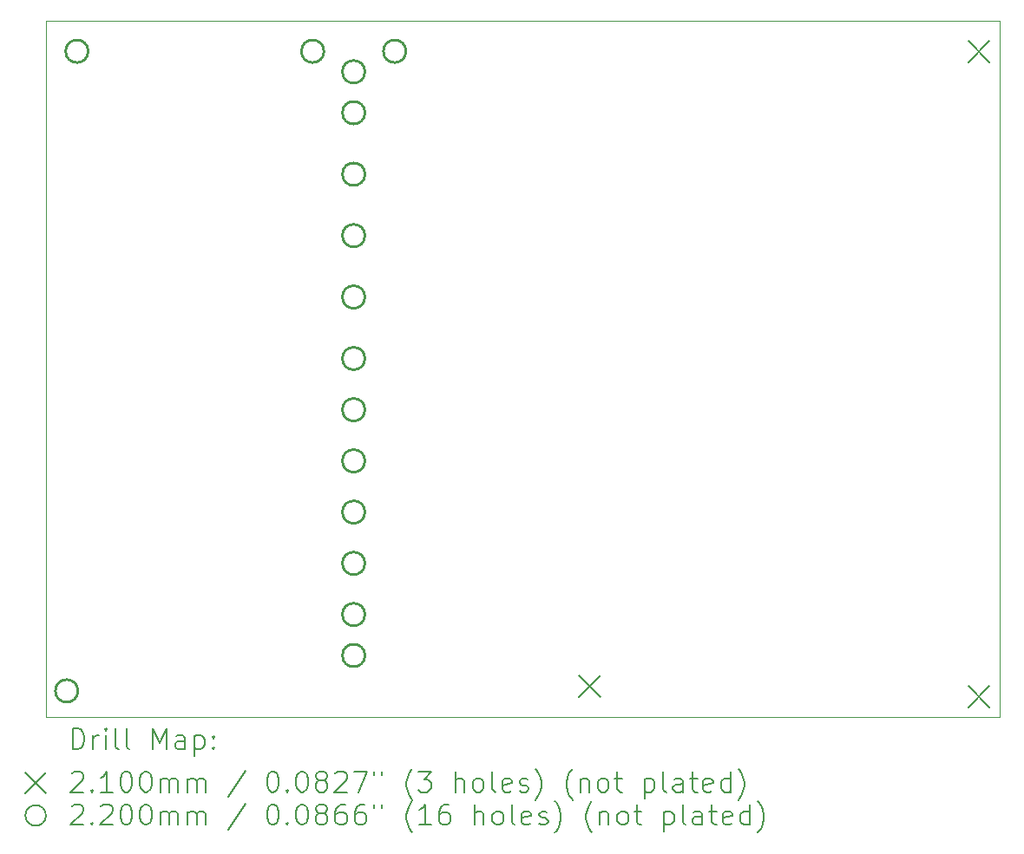
<source format=gbr>
%TF.GenerationSoftware,KiCad,Pcbnew,9.0.1*%
%TF.CreationDate,2025-05-15T21:23:40-07:00*%
%TF.ProjectId,ARDU_RF_TEMP,41524455-5f52-4465-9f54-454d502e6b69,rev?*%
%TF.SameCoordinates,Original*%
%TF.FileFunction,Drillmap*%
%TF.FilePolarity,Positive*%
%FSLAX45Y45*%
G04 Gerber Fmt 4.5, Leading zero omitted, Abs format (unit mm)*
G04 Created by KiCad (PCBNEW 9.0.1) date 2025-05-15 21:23:40*
%MOMM*%
%LPD*%
G01*
G04 APERTURE LIST*
%ADD10C,0.050000*%
%ADD11C,0.200000*%
%ADD12C,0.210000*%
%ADD13C,0.220000*%
G04 APERTURE END LIST*
D10*
X1200000Y-1200000D02*
X10500000Y-1200000D01*
X10500000Y-8000000D01*
X1200000Y-8000000D01*
X1200000Y-1200000D01*
D11*
D12*
X6395000Y-7595000D02*
X6605000Y-7805000D01*
X6605000Y-7595000D02*
X6395000Y-7805000D01*
X10195000Y-1395000D02*
X10405000Y-1605000D01*
X10405000Y-1395000D02*
X10195000Y-1605000D01*
X10195000Y-7695000D02*
X10405000Y-7905000D01*
X10405000Y-7695000D02*
X10195000Y-7905000D01*
D13*
X1510000Y-7746000D02*
G75*
G02*
X1290000Y-7746000I-110000J0D01*
G01*
X1290000Y-7746000D02*
G75*
G02*
X1510000Y-7746000I110000J0D01*
G01*
X1610000Y-1500000D02*
G75*
G02*
X1390000Y-1500000I-110000J0D01*
G01*
X1390000Y-1500000D02*
G75*
G02*
X1610000Y-1500000I110000J0D01*
G01*
X3910000Y-1500000D02*
G75*
G02*
X3690000Y-1500000I-110000J0D01*
G01*
X3690000Y-1500000D02*
G75*
G02*
X3910000Y-1500000I110000J0D01*
G01*
X4310000Y-1700000D02*
G75*
G02*
X4090000Y-1700000I-110000J0D01*
G01*
X4090000Y-1700000D02*
G75*
G02*
X4310000Y-1700000I110000J0D01*
G01*
X4310000Y-2100000D02*
G75*
G02*
X4090000Y-2100000I-110000J0D01*
G01*
X4090000Y-2100000D02*
G75*
G02*
X4310000Y-2100000I110000J0D01*
G01*
X4310000Y-2700000D02*
G75*
G02*
X4090000Y-2700000I-110000J0D01*
G01*
X4090000Y-2700000D02*
G75*
G02*
X4310000Y-2700000I110000J0D01*
G01*
X4310000Y-3300000D02*
G75*
G02*
X4090000Y-3300000I-110000J0D01*
G01*
X4090000Y-3300000D02*
G75*
G02*
X4310000Y-3300000I110000J0D01*
G01*
X4310000Y-3900000D02*
G75*
G02*
X4090000Y-3900000I-110000J0D01*
G01*
X4090000Y-3900000D02*
G75*
G02*
X4310000Y-3900000I110000J0D01*
G01*
X4310000Y-4500000D02*
G75*
G02*
X4090000Y-4500000I-110000J0D01*
G01*
X4090000Y-4500000D02*
G75*
G02*
X4310000Y-4500000I110000J0D01*
G01*
X4310000Y-5000000D02*
G75*
G02*
X4090000Y-5000000I-110000J0D01*
G01*
X4090000Y-5000000D02*
G75*
G02*
X4310000Y-5000000I110000J0D01*
G01*
X4310000Y-5500000D02*
G75*
G02*
X4090000Y-5500000I-110000J0D01*
G01*
X4090000Y-5500000D02*
G75*
G02*
X4310000Y-5500000I110000J0D01*
G01*
X4310000Y-6000000D02*
G75*
G02*
X4090000Y-6000000I-110000J0D01*
G01*
X4090000Y-6000000D02*
G75*
G02*
X4310000Y-6000000I110000J0D01*
G01*
X4310000Y-6500000D02*
G75*
G02*
X4090000Y-6500000I-110000J0D01*
G01*
X4090000Y-6500000D02*
G75*
G02*
X4310000Y-6500000I110000J0D01*
G01*
X4310000Y-7000000D02*
G75*
G02*
X4090000Y-7000000I-110000J0D01*
G01*
X4090000Y-7000000D02*
G75*
G02*
X4310000Y-7000000I110000J0D01*
G01*
X4310000Y-7400000D02*
G75*
G02*
X4090000Y-7400000I-110000J0D01*
G01*
X4090000Y-7400000D02*
G75*
G02*
X4310000Y-7400000I110000J0D01*
G01*
X4710000Y-1500000D02*
G75*
G02*
X4490000Y-1500000I-110000J0D01*
G01*
X4490000Y-1500000D02*
G75*
G02*
X4710000Y-1500000I110000J0D01*
G01*
D11*
X1458277Y-8313984D02*
X1458277Y-8113984D01*
X1458277Y-8113984D02*
X1505896Y-8113984D01*
X1505896Y-8113984D02*
X1534467Y-8123508D01*
X1534467Y-8123508D02*
X1553515Y-8142555D01*
X1553515Y-8142555D02*
X1563039Y-8161603D01*
X1563039Y-8161603D02*
X1572562Y-8199698D01*
X1572562Y-8199698D02*
X1572562Y-8228269D01*
X1572562Y-8228269D02*
X1563039Y-8266365D01*
X1563039Y-8266365D02*
X1553515Y-8285412D01*
X1553515Y-8285412D02*
X1534467Y-8304460D01*
X1534467Y-8304460D02*
X1505896Y-8313984D01*
X1505896Y-8313984D02*
X1458277Y-8313984D01*
X1658277Y-8313984D02*
X1658277Y-8180650D01*
X1658277Y-8218746D02*
X1667801Y-8199698D01*
X1667801Y-8199698D02*
X1677324Y-8190174D01*
X1677324Y-8190174D02*
X1696372Y-8180650D01*
X1696372Y-8180650D02*
X1715420Y-8180650D01*
X1782086Y-8313984D02*
X1782086Y-8180650D01*
X1782086Y-8113984D02*
X1772562Y-8123508D01*
X1772562Y-8123508D02*
X1782086Y-8133031D01*
X1782086Y-8133031D02*
X1791610Y-8123508D01*
X1791610Y-8123508D02*
X1782086Y-8113984D01*
X1782086Y-8113984D02*
X1782086Y-8133031D01*
X1905896Y-8313984D02*
X1886848Y-8304460D01*
X1886848Y-8304460D02*
X1877324Y-8285412D01*
X1877324Y-8285412D02*
X1877324Y-8113984D01*
X2010658Y-8313984D02*
X1991610Y-8304460D01*
X1991610Y-8304460D02*
X1982086Y-8285412D01*
X1982086Y-8285412D02*
X1982086Y-8113984D01*
X2239229Y-8313984D02*
X2239229Y-8113984D01*
X2239229Y-8113984D02*
X2305896Y-8256841D01*
X2305896Y-8256841D02*
X2372563Y-8113984D01*
X2372563Y-8113984D02*
X2372563Y-8313984D01*
X2553515Y-8313984D02*
X2553515Y-8209222D01*
X2553515Y-8209222D02*
X2543991Y-8190174D01*
X2543991Y-8190174D02*
X2524944Y-8180650D01*
X2524944Y-8180650D02*
X2486848Y-8180650D01*
X2486848Y-8180650D02*
X2467801Y-8190174D01*
X2553515Y-8304460D02*
X2534467Y-8313984D01*
X2534467Y-8313984D02*
X2486848Y-8313984D01*
X2486848Y-8313984D02*
X2467801Y-8304460D01*
X2467801Y-8304460D02*
X2458277Y-8285412D01*
X2458277Y-8285412D02*
X2458277Y-8266365D01*
X2458277Y-8266365D02*
X2467801Y-8247317D01*
X2467801Y-8247317D02*
X2486848Y-8237793D01*
X2486848Y-8237793D02*
X2534467Y-8237793D01*
X2534467Y-8237793D02*
X2553515Y-8228269D01*
X2648753Y-8180650D02*
X2648753Y-8380650D01*
X2648753Y-8190174D02*
X2667801Y-8180650D01*
X2667801Y-8180650D02*
X2705896Y-8180650D01*
X2705896Y-8180650D02*
X2724944Y-8190174D01*
X2724944Y-8190174D02*
X2734467Y-8199698D01*
X2734467Y-8199698D02*
X2743991Y-8218746D01*
X2743991Y-8218746D02*
X2743991Y-8275888D01*
X2743991Y-8275888D02*
X2734467Y-8294936D01*
X2734467Y-8294936D02*
X2724944Y-8304460D01*
X2724944Y-8304460D02*
X2705896Y-8313984D01*
X2705896Y-8313984D02*
X2667801Y-8313984D01*
X2667801Y-8313984D02*
X2648753Y-8304460D01*
X2829705Y-8294936D02*
X2839229Y-8304460D01*
X2839229Y-8304460D02*
X2829705Y-8313984D01*
X2829705Y-8313984D02*
X2820182Y-8304460D01*
X2820182Y-8304460D02*
X2829705Y-8294936D01*
X2829705Y-8294936D02*
X2829705Y-8313984D01*
X2829705Y-8190174D02*
X2839229Y-8199698D01*
X2839229Y-8199698D02*
X2829705Y-8209222D01*
X2829705Y-8209222D02*
X2820182Y-8199698D01*
X2820182Y-8199698D02*
X2829705Y-8190174D01*
X2829705Y-8190174D02*
X2829705Y-8209222D01*
X997500Y-8542500D02*
X1197500Y-8742500D01*
X1197500Y-8542500D02*
X997500Y-8742500D01*
X1448753Y-8553031D02*
X1458277Y-8543508D01*
X1458277Y-8543508D02*
X1477324Y-8533984D01*
X1477324Y-8533984D02*
X1524943Y-8533984D01*
X1524943Y-8533984D02*
X1543991Y-8543508D01*
X1543991Y-8543508D02*
X1553515Y-8553031D01*
X1553515Y-8553031D02*
X1563039Y-8572079D01*
X1563039Y-8572079D02*
X1563039Y-8591127D01*
X1563039Y-8591127D02*
X1553515Y-8619698D01*
X1553515Y-8619698D02*
X1439229Y-8733984D01*
X1439229Y-8733984D02*
X1563039Y-8733984D01*
X1648753Y-8714936D02*
X1658277Y-8724460D01*
X1658277Y-8724460D02*
X1648753Y-8733984D01*
X1648753Y-8733984D02*
X1639229Y-8724460D01*
X1639229Y-8724460D02*
X1648753Y-8714936D01*
X1648753Y-8714936D02*
X1648753Y-8733984D01*
X1848753Y-8733984D02*
X1734467Y-8733984D01*
X1791610Y-8733984D02*
X1791610Y-8533984D01*
X1791610Y-8533984D02*
X1772562Y-8562555D01*
X1772562Y-8562555D02*
X1753515Y-8581603D01*
X1753515Y-8581603D02*
X1734467Y-8591127D01*
X1972562Y-8533984D02*
X1991610Y-8533984D01*
X1991610Y-8533984D02*
X2010658Y-8543508D01*
X2010658Y-8543508D02*
X2020182Y-8553031D01*
X2020182Y-8553031D02*
X2029705Y-8572079D01*
X2029705Y-8572079D02*
X2039229Y-8610174D01*
X2039229Y-8610174D02*
X2039229Y-8657793D01*
X2039229Y-8657793D02*
X2029705Y-8695889D01*
X2029705Y-8695889D02*
X2020182Y-8714936D01*
X2020182Y-8714936D02*
X2010658Y-8724460D01*
X2010658Y-8724460D02*
X1991610Y-8733984D01*
X1991610Y-8733984D02*
X1972562Y-8733984D01*
X1972562Y-8733984D02*
X1953515Y-8724460D01*
X1953515Y-8724460D02*
X1943991Y-8714936D01*
X1943991Y-8714936D02*
X1934467Y-8695889D01*
X1934467Y-8695889D02*
X1924943Y-8657793D01*
X1924943Y-8657793D02*
X1924943Y-8610174D01*
X1924943Y-8610174D02*
X1934467Y-8572079D01*
X1934467Y-8572079D02*
X1943991Y-8553031D01*
X1943991Y-8553031D02*
X1953515Y-8543508D01*
X1953515Y-8543508D02*
X1972562Y-8533984D01*
X2163039Y-8533984D02*
X2182086Y-8533984D01*
X2182086Y-8533984D02*
X2201134Y-8543508D01*
X2201134Y-8543508D02*
X2210658Y-8553031D01*
X2210658Y-8553031D02*
X2220182Y-8572079D01*
X2220182Y-8572079D02*
X2229705Y-8610174D01*
X2229705Y-8610174D02*
X2229705Y-8657793D01*
X2229705Y-8657793D02*
X2220182Y-8695889D01*
X2220182Y-8695889D02*
X2210658Y-8714936D01*
X2210658Y-8714936D02*
X2201134Y-8724460D01*
X2201134Y-8724460D02*
X2182086Y-8733984D01*
X2182086Y-8733984D02*
X2163039Y-8733984D01*
X2163039Y-8733984D02*
X2143991Y-8724460D01*
X2143991Y-8724460D02*
X2134467Y-8714936D01*
X2134467Y-8714936D02*
X2124944Y-8695889D01*
X2124944Y-8695889D02*
X2115420Y-8657793D01*
X2115420Y-8657793D02*
X2115420Y-8610174D01*
X2115420Y-8610174D02*
X2124944Y-8572079D01*
X2124944Y-8572079D02*
X2134467Y-8553031D01*
X2134467Y-8553031D02*
X2143991Y-8543508D01*
X2143991Y-8543508D02*
X2163039Y-8533984D01*
X2315420Y-8733984D02*
X2315420Y-8600650D01*
X2315420Y-8619698D02*
X2324944Y-8610174D01*
X2324944Y-8610174D02*
X2343991Y-8600650D01*
X2343991Y-8600650D02*
X2372563Y-8600650D01*
X2372563Y-8600650D02*
X2391610Y-8610174D01*
X2391610Y-8610174D02*
X2401134Y-8629222D01*
X2401134Y-8629222D02*
X2401134Y-8733984D01*
X2401134Y-8629222D02*
X2410658Y-8610174D01*
X2410658Y-8610174D02*
X2429705Y-8600650D01*
X2429705Y-8600650D02*
X2458277Y-8600650D01*
X2458277Y-8600650D02*
X2477325Y-8610174D01*
X2477325Y-8610174D02*
X2486848Y-8629222D01*
X2486848Y-8629222D02*
X2486848Y-8733984D01*
X2582086Y-8733984D02*
X2582086Y-8600650D01*
X2582086Y-8619698D02*
X2591610Y-8610174D01*
X2591610Y-8610174D02*
X2610658Y-8600650D01*
X2610658Y-8600650D02*
X2639229Y-8600650D01*
X2639229Y-8600650D02*
X2658277Y-8610174D01*
X2658277Y-8610174D02*
X2667801Y-8629222D01*
X2667801Y-8629222D02*
X2667801Y-8733984D01*
X2667801Y-8629222D02*
X2677325Y-8610174D01*
X2677325Y-8610174D02*
X2696372Y-8600650D01*
X2696372Y-8600650D02*
X2724944Y-8600650D01*
X2724944Y-8600650D02*
X2743991Y-8610174D01*
X2743991Y-8610174D02*
X2753515Y-8629222D01*
X2753515Y-8629222D02*
X2753515Y-8733984D01*
X3143991Y-8524460D02*
X2972563Y-8781603D01*
X3401134Y-8533984D02*
X3420182Y-8533984D01*
X3420182Y-8533984D02*
X3439229Y-8543508D01*
X3439229Y-8543508D02*
X3448753Y-8553031D01*
X3448753Y-8553031D02*
X3458277Y-8572079D01*
X3458277Y-8572079D02*
X3467801Y-8610174D01*
X3467801Y-8610174D02*
X3467801Y-8657793D01*
X3467801Y-8657793D02*
X3458277Y-8695889D01*
X3458277Y-8695889D02*
X3448753Y-8714936D01*
X3448753Y-8714936D02*
X3439229Y-8724460D01*
X3439229Y-8724460D02*
X3420182Y-8733984D01*
X3420182Y-8733984D02*
X3401134Y-8733984D01*
X3401134Y-8733984D02*
X3382086Y-8724460D01*
X3382086Y-8724460D02*
X3372563Y-8714936D01*
X3372563Y-8714936D02*
X3363039Y-8695889D01*
X3363039Y-8695889D02*
X3353515Y-8657793D01*
X3353515Y-8657793D02*
X3353515Y-8610174D01*
X3353515Y-8610174D02*
X3363039Y-8572079D01*
X3363039Y-8572079D02*
X3372563Y-8553031D01*
X3372563Y-8553031D02*
X3382086Y-8543508D01*
X3382086Y-8543508D02*
X3401134Y-8533984D01*
X3553515Y-8714936D02*
X3563039Y-8724460D01*
X3563039Y-8724460D02*
X3553515Y-8733984D01*
X3553515Y-8733984D02*
X3543991Y-8724460D01*
X3543991Y-8724460D02*
X3553515Y-8714936D01*
X3553515Y-8714936D02*
X3553515Y-8733984D01*
X3686848Y-8533984D02*
X3705896Y-8533984D01*
X3705896Y-8533984D02*
X3724944Y-8543508D01*
X3724944Y-8543508D02*
X3734467Y-8553031D01*
X3734467Y-8553031D02*
X3743991Y-8572079D01*
X3743991Y-8572079D02*
X3753515Y-8610174D01*
X3753515Y-8610174D02*
X3753515Y-8657793D01*
X3753515Y-8657793D02*
X3743991Y-8695889D01*
X3743991Y-8695889D02*
X3734467Y-8714936D01*
X3734467Y-8714936D02*
X3724944Y-8724460D01*
X3724944Y-8724460D02*
X3705896Y-8733984D01*
X3705896Y-8733984D02*
X3686848Y-8733984D01*
X3686848Y-8733984D02*
X3667801Y-8724460D01*
X3667801Y-8724460D02*
X3658277Y-8714936D01*
X3658277Y-8714936D02*
X3648753Y-8695889D01*
X3648753Y-8695889D02*
X3639229Y-8657793D01*
X3639229Y-8657793D02*
X3639229Y-8610174D01*
X3639229Y-8610174D02*
X3648753Y-8572079D01*
X3648753Y-8572079D02*
X3658277Y-8553031D01*
X3658277Y-8553031D02*
X3667801Y-8543508D01*
X3667801Y-8543508D02*
X3686848Y-8533984D01*
X3867801Y-8619698D02*
X3848753Y-8610174D01*
X3848753Y-8610174D02*
X3839229Y-8600650D01*
X3839229Y-8600650D02*
X3829706Y-8581603D01*
X3829706Y-8581603D02*
X3829706Y-8572079D01*
X3829706Y-8572079D02*
X3839229Y-8553031D01*
X3839229Y-8553031D02*
X3848753Y-8543508D01*
X3848753Y-8543508D02*
X3867801Y-8533984D01*
X3867801Y-8533984D02*
X3905896Y-8533984D01*
X3905896Y-8533984D02*
X3924944Y-8543508D01*
X3924944Y-8543508D02*
X3934467Y-8553031D01*
X3934467Y-8553031D02*
X3943991Y-8572079D01*
X3943991Y-8572079D02*
X3943991Y-8581603D01*
X3943991Y-8581603D02*
X3934467Y-8600650D01*
X3934467Y-8600650D02*
X3924944Y-8610174D01*
X3924944Y-8610174D02*
X3905896Y-8619698D01*
X3905896Y-8619698D02*
X3867801Y-8619698D01*
X3867801Y-8619698D02*
X3848753Y-8629222D01*
X3848753Y-8629222D02*
X3839229Y-8638746D01*
X3839229Y-8638746D02*
X3829706Y-8657793D01*
X3829706Y-8657793D02*
X3829706Y-8695889D01*
X3829706Y-8695889D02*
X3839229Y-8714936D01*
X3839229Y-8714936D02*
X3848753Y-8724460D01*
X3848753Y-8724460D02*
X3867801Y-8733984D01*
X3867801Y-8733984D02*
X3905896Y-8733984D01*
X3905896Y-8733984D02*
X3924944Y-8724460D01*
X3924944Y-8724460D02*
X3934467Y-8714936D01*
X3934467Y-8714936D02*
X3943991Y-8695889D01*
X3943991Y-8695889D02*
X3943991Y-8657793D01*
X3943991Y-8657793D02*
X3934467Y-8638746D01*
X3934467Y-8638746D02*
X3924944Y-8629222D01*
X3924944Y-8629222D02*
X3905896Y-8619698D01*
X4020182Y-8553031D02*
X4029706Y-8543508D01*
X4029706Y-8543508D02*
X4048753Y-8533984D01*
X4048753Y-8533984D02*
X4096372Y-8533984D01*
X4096372Y-8533984D02*
X4115420Y-8543508D01*
X4115420Y-8543508D02*
X4124944Y-8553031D01*
X4124944Y-8553031D02*
X4134467Y-8572079D01*
X4134467Y-8572079D02*
X4134467Y-8591127D01*
X4134467Y-8591127D02*
X4124944Y-8619698D01*
X4124944Y-8619698D02*
X4010658Y-8733984D01*
X4010658Y-8733984D02*
X4134467Y-8733984D01*
X4201134Y-8533984D02*
X4334468Y-8533984D01*
X4334468Y-8533984D02*
X4248753Y-8733984D01*
X4401134Y-8533984D02*
X4401134Y-8572079D01*
X4477325Y-8533984D02*
X4477325Y-8572079D01*
X4772563Y-8810174D02*
X4763039Y-8800650D01*
X4763039Y-8800650D02*
X4743991Y-8772079D01*
X4743991Y-8772079D02*
X4734468Y-8753031D01*
X4734468Y-8753031D02*
X4724944Y-8724460D01*
X4724944Y-8724460D02*
X4715420Y-8676841D01*
X4715420Y-8676841D02*
X4715420Y-8638746D01*
X4715420Y-8638746D02*
X4724944Y-8591127D01*
X4724944Y-8591127D02*
X4734468Y-8562555D01*
X4734468Y-8562555D02*
X4743991Y-8543508D01*
X4743991Y-8543508D02*
X4763039Y-8514936D01*
X4763039Y-8514936D02*
X4772563Y-8505412D01*
X4829706Y-8533984D02*
X4953515Y-8533984D01*
X4953515Y-8533984D02*
X4886849Y-8610174D01*
X4886849Y-8610174D02*
X4915420Y-8610174D01*
X4915420Y-8610174D02*
X4934468Y-8619698D01*
X4934468Y-8619698D02*
X4943991Y-8629222D01*
X4943991Y-8629222D02*
X4953515Y-8648270D01*
X4953515Y-8648270D02*
X4953515Y-8695889D01*
X4953515Y-8695889D02*
X4943991Y-8714936D01*
X4943991Y-8714936D02*
X4934468Y-8724460D01*
X4934468Y-8724460D02*
X4915420Y-8733984D01*
X4915420Y-8733984D02*
X4858277Y-8733984D01*
X4858277Y-8733984D02*
X4839230Y-8724460D01*
X4839230Y-8724460D02*
X4829706Y-8714936D01*
X5191611Y-8733984D02*
X5191611Y-8533984D01*
X5277325Y-8733984D02*
X5277325Y-8629222D01*
X5277325Y-8629222D02*
X5267801Y-8610174D01*
X5267801Y-8610174D02*
X5248753Y-8600650D01*
X5248753Y-8600650D02*
X5220182Y-8600650D01*
X5220182Y-8600650D02*
X5201134Y-8610174D01*
X5201134Y-8610174D02*
X5191611Y-8619698D01*
X5401134Y-8733984D02*
X5382087Y-8724460D01*
X5382087Y-8724460D02*
X5372563Y-8714936D01*
X5372563Y-8714936D02*
X5363039Y-8695889D01*
X5363039Y-8695889D02*
X5363039Y-8638746D01*
X5363039Y-8638746D02*
X5372563Y-8619698D01*
X5372563Y-8619698D02*
X5382087Y-8610174D01*
X5382087Y-8610174D02*
X5401134Y-8600650D01*
X5401134Y-8600650D02*
X5429706Y-8600650D01*
X5429706Y-8600650D02*
X5448753Y-8610174D01*
X5448753Y-8610174D02*
X5458277Y-8619698D01*
X5458277Y-8619698D02*
X5467801Y-8638746D01*
X5467801Y-8638746D02*
X5467801Y-8695889D01*
X5467801Y-8695889D02*
X5458277Y-8714936D01*
X5458277Y-8714936D02*
X5448753Y-8724460D01*
X5448753Y-8724460D02*
X5429706Y-8733984D01*
X5429706Y-8733984D02*
X5401134Y-8733984D01*
X5582087Y-8733984D02*
X5563039Y-8724460D01*
X5563039Y-8724460D02*
X5553515Y-8705412D01*
X5553515Y-8705412D02*
X5553515Y-8533984D01*
X5734468Y-8724460D02*
X5715420Y-8733984D01*
X5715420Y-8733984D02*
X5677325Y-8733984D01*
X5677325Y-8733984D02*
X5658277Y-8724460D01*
X5658277Y-8724460D02*
X5648753Y-8705412D01*
X5648753Y-8705412D02*
X5648753Y-8629222D01*
X5648753Y-8629222D02*
X5658277Y-8610174D01*
X5658277Y-8610174D02*
X5677325Y-8600650D01*
X5677325Y-8600650D02*
X5715420Y-8600650D01*
X5715420Y-8600650D02*
X5734468Y-8610174D01*
X5734468Y-8610174D02*
X5743991Y-8629222D01*
X5743991Y-8629222D02*
X5743991Y-8648270D01*
X5743991Y-8648270D02*
X5648753Y-8667317D01*
X5820182Y-8724460D02*
X5839230Y-8733984D01*
X5839230Y-8733984D02*
X5877325Y-8733984D01*
X5877325Y-8733984D02*
X5896372Y-8724460D01*
X5896372Y-8724460D02*
X5905896Y-8705412D01*
X5905896Y-8705412D02*
X5905896Y-8695889D01*
X5905896Y-8695889D02*
X5896372Y-8676841D01*
X5896372Y-8676841D02*
X5877325Y-8667317D01*
X5877325Y-8667317D02*
X5848753Y-8667317D01*
X5848753Y-8667317D02*
X5829706Y-8657793D01*
X5829706Y-8657793D02*
X5820182Y-8638746D01*
X5820182Y-8638746D02*
X5820182Y-8629222D01*
X5820182Y-8629222D02*
X5829706Y-8610174D01*
X5829706Y-8610174D02*
X5848753Y-8600650D01*
X5848753Y-8600650D02*
X5877325Y-8600650D01*
X5877325Y-8600650D02*
X5896372Y-8610174D01*
X5972563Y-8810174D02*
X5982087Y-8800650D01*
X5982087Y-8800650D02*
X6001134Y-8772079D01*
X6001134Y-8772079D02*
X6010658Y-8753031D01*
X6010658Y-8753031D02*
X6020182Y-8724460D01*
X6020182Y-8724460D02*
X6029706Y-8676841D01*
X6029706Y-8676841D02*
X6029706Y-8638746D01*
X6029706Y-8638746D02*
X6020182Y-8591127D01*
X6020182Y-8591127D02*
X6010658Y-8562555D01*
X6010658Y-8562555D02*
X6001134Y-8543508D01*
X6001134Y-8543508D02*
X5982087Y-8514936D01*
X5982087Y-8514936D02*
X5972563Y-8505412D01*
X6334468Y-8810174D02*
X6324944Y-8800650D01*
X6324944Y-8800650D02*
X6305896Y-8772079D01*
X6305896Y-8772079D02*
X6296372Y-8753031D01*
X6296372Y-8753031D02*
X6286849Y-8724460D01*
X6286849Y-8724460D02*
X6277325Y-8676841D01*
X6277325Y-8676841D02*
X6277325Y-8638746D01*
X6277325Y-8638746D02*
X6286849Y-8591127D01*
X6286849Y-8591127D02*
X6296372Y-8562555D01*
X6296372Y-8562555D02*
X6305896Y-8543508D01*
X6305896Y-8543508D02*
X6324944Y-8514936D01*
X6324944Y-8514936D02*
X6334468Y-8505412D01*
X6410658Y-8600650D02*
X6410658Y-8733984D01*
X6410658Y-8619698D02*
X6420182Y-8610174D01*
X6420182Y-8610174D02*
X6439230Y-8600650D01*
X6439230Y-8600650D02*
X6467801Y-8600650D01*
X6467801Y-8600650D02*
X6486849Y-8610174D01*
X6486849Y-8610174D02*
X6496372Y-8629222D01*
X6496372Y-8629222D02*
X6496372Y-8733984D01*
X6620182Y-8733984D02*
X6601134Y-8724460D01*
X6601134Y-8724460D02*
X6591611Y-8714936D01*
X6591611Y-8714936D02*
X6582087Y-8695889D01*
X6582087Y-8695889D02*
X6582087Y-8638746D01*
X6582087Y-8638746D02*
X6591611Y-8619698D01*
X6591611Y-8619698D02*
X6601134Y-8610174D01*
X6601134Y-8610174D02*
X6620182Y-8600650D01*
X6620182Y-8600650D02*
X6648753Y-8600650D01*
X6648753Y-8600650D02*
X6667801Y-8610174D01*
X6667801Y-8610174D02*
X6677325Y-8619698D01*
X6677325Y-8619698D02*
X6686849Y-8638746D01*
X6686849Y-8638746D02*
X6686849Y-8695889D01*
X6686849Y-8695889D02*
X6677325Y-8714936D01*
X6677325Y-8714936D02*
X6667801Y-8724460D01*
X6667801Y-8724460D02*
X6648753Y-8733984D01*
X6648753Y-8733984D02*
X6620182Y-8733984D01*
X6743992Y-8600650D02*
X6820182Y-8600650D01*
X6772563Y-8533984D02*
X6772563Y-8705412D01*
X6772563Y-8705412D02*
X6782087Y-8724460D01*
X6782087Y-8724460D02*
X6801134Y-8733984D01*
X6801134Y-8733984D02*
X6820182Y-8733984D01*
X7039230Y-8600650D02*
X7039230Y-8800650D01*
X7039230Y-8610174D02*
X7058277Y-8600650D01*
X7058277Y-8600650D02*
X7096373Y-8600650D01*
X7096373Y-8600650D02*
X7115420Y-8610174D01*
X7115420Y-8610174D02*
X7124944Y-8619698D01*
X7124944Y-8619698D02*
X7134468Y-8638746D01*
X7134468Y-8638746D02*
X7134468Y-8695889D01*
X7134468Y-8695889D02*
X7124944Y-8714936D01*
X7124944Y-8714936D02*
X7115420Y-8724460D01*
X7115420Y-8724460D02*
X7096373Y-8733984D01*
X7096373Y-8733984D02*
X7058277Y-8733984D01*
X7058277Y-8733984D02*
X7039230Y-8724460D01*
X7248753Y-8733984D02*
X7229706Y-8724460D01*
X7229706Y-8724460D02*
X7220182Y-8705412D01*
X7220182Y-8705412D02*
X7220182Y-8533984D01*
X7410658Y-8733984D02*
X7410658Y-8629222D01*
X7410658Y-8629222D02*
X7401134Y-8610174D01*
X7401134Y-8610174D02*
X7382087Y-8600650D01*
X7382087Y-8600650D02*
X7343992Y-8600650D01*
X7343992Y-8600650D02*
X7324944Y-8610174D01*
X7410658Y-8724460D02*
X7391611Y-8733984D01*
X7391611Y-8733984D02*
X7343992Y-8733984D01*
X7343992Y-8733984D02*
X7324944Y-8724460D01*
X7324944Y-8724460D02*
X7315420Y-8705412D01*
X7315420Y-8705412D02*
X7315420Y-8686365D01*
X7315420Y-8686365D02*
X7324944Y-8667317D01*
X7324944Y-8667317D02*
X7343992Y-8657793D01*
X7343992Y-8657793D02*
X7391611Y-8657793D01*
X7391611Y-8657793D02*
X7410658Y-8648270D01*
X7477325Y-8600650D02*
X7553515Y-8600650D01*
X7505896Y-8533984D02*
X7505896Y-8705412D01*
X7505896Y-8705412D02*
X7515420Y-8724460D01*
X7515420Y-8724460D02*
X7534468Y-8733984D01*
X7534468Y-8733984D02*
X7553515Y-8733984D01*
X7696373Y-8724460D02*
X7677325Y-8733984D01*
X7677325Y-8733984D02*
X7639230Y-8733984D01*
X7639230Y-8733984D02*
X7620182Y-8724460D01*
X7620182Y-8724460D02*
X7610658Y-8705412D01*
X7610658Y-8705412D02*
X7610658Y-8629222D01*
X7610658Y-8629222D02*
X7620182Y-8610174D01*
X7620182Y-8610174D02*
X7639230Y-8600650D01*
X7639230Y-8600650D02*
X7677325Y-8600650D01*
X7677325Y-8600650D02*
X7696373Y-8610174D01*
X7696373Y-8610174D02*
X7705896Y-8629222D01*
X7705896Y-8629222D02*
X7705896Y-8648270D01*
X7705896Y-8648270D02*
X7610658Y-8667317D01*
X7877325Y-8733984D02*
X7877325Y-8533984D01*
X7877325Y-8724460D02*
X7858277Y-8733984D01*
X7858277Y-8733984D02*
X7820182Y-8733984D01*
X7820182Y-8733984D02*
X7801134Y-8724460D01*
X7801134Y-8724460D02*
X7791611Y-8714936D01*
X7791611Y-8714936D02*
X7782087Y-8695889D01*
X7782087Y-8695889D02*
X7782087Y-8638746D01*
X7782087Y-8638746D02*
X7791611Y-8619698D01*
X7791611Y-8619698D02*
X7801134Y-8610174D01*
X7801134Y-8610174D02*
X7820182Y-8600650D01*
X7820182Y-8600650D02*
X7858277Y-8600650D01*
X7858277Y-8600650D02*
X7877325Y-8610174D01*
X7953515Y-8810174D02*
X7963039Y-8800650D01*
X7963039Y-8800650D02*
X7982087Y-8772079D01*
X7982087Y-8772079D02*
X7991611Y-8753031D01*
X7991611Y-8753031D02*
X8001134Y-8724460D01*
X8001134Y-8724460D02*
X8010658Y-8676841D01*
X8010658Y-8676841D02*
X8010658Y-8638746D01*
X8010658Y-8638746D02*
X8001134Y-8591127D01*
X8001134Y-8591127D02*
X7991611Y-8562555D01*
X7991611Y-8562555D02*
X7982087Y-8543508D01*
X7982087Y-8543508D02*
X7963039Y-8514936D01*
X7963039Y-8514936D02*
X7953515Y-8505412D01*
X1197500Y-8962500D02*
G75*
G02*
X997500Y-8962500I-100000J0D01*
G01*
X997500Y-8962500D02*
G75*
G02*
X1197500Y-8962500I100000J0D01*
G01*
X1448753Y-8873031D02*
X1458277Y-8863508D01*
X1458277Y-8863508D02*
X1477324Y-8853984D01*
X1477324Y-8853984D02*
X1524943Y-8853984D01*
X1524943Y-8853984D02*
X1543991Y-8863508D01*
X1543991Y-8863508D02*
X1553515Y-8873031D01*
X1553515Y-8873031D02*
X1563039Y-8892079D01*
X1563039Y-8892079D02*
X1563039Y-8911127D01*
X1563039Y-8911127D02*
X1553515Y-8939698D01*
X1553515Y-8939698D02*
X1439229Y-9053984D01*
X1439229Y-9053984D02*
X1563039Y-9053984D01*
X1648753Y-9034936D02*
X1658277Y-9044460D01*
X1658277Y-9044460D02*
X1648753Y-9053984D01*
X1648753Y-9053984D02*
X1639229Y-9044460D01*
X1639229Y-9044460D02*
X1648753Y-9034936D01*
X1648753Y-9034936D02*
X1648753Y-9053984D01*
X1734467Y-8873031D02*
X1743991Y-8863508D01*
X1743991Y-8863508D02*
X1763039Y-8853984D01*
X1763039Y-8853984D02*
X1810658Y-8853984D01*
X1810658Y-8853984D02*
X1829705Y-8863508D01*
X1829705Y-8863508D02*
X1839229Y-8873031D01*
X1839229Y-8873031D02*
X1848753Y-8892079D01*
X1848753Y-8892079D02*
X1848753Y-8911127D01*
X1848753Y-8911127D02*
X1839229Y-8939698D01*
X1839229Y-8939698D02*
X1724943Y-9053984D01*
X1724943Y-9053984D02*
X1848753Y-9053984D01*
X1972562Y-8853984D02*
X1991610Y-8853984D01*
X1991610Y-8853984D02*
X2010658Y-8863508D01*
X2010658Y-8863508D02*
X2020182Y-8873031D01*
X2020182Y-8873031D02*
X2029705Y-8892079D01*
X2029705Y-8892079D02*
X2039229Y-8930174D01*
X2039229Y-8930174D02*
X2039229Y-8977793D01*
X2039229Y-8977793D02*
X2029705Y-9015889D01*
X2029705Y-9015889D02*
X2020182Y-9034936D01*
X2020182Y-9034936D02*
X2010658Y-9044460D01*
X2010658Y-9044460D02*
X1991610Y-9053984D01*
X1991610Y-9053984D02*
X1972562Y-9053984D01*
X1972562Y-9053984D02*
X1953515Y-9044460D01*
X1953515Y-9044460D02*
X1943991Y-9034936D01*
X1943991Y-9034936D02*
X1934467Y-9015889D01*
X1934467Y-9015889D02*
X1924943Y-8977793D01*
X1924943Y-8977793D02*
X1924943Y-8930174D01*
X1924943Y-8930174D02*
X1934467Y-8892079D01*
X1934467Y-8892079D02*
X1943991Y-8873031D01*
X1943991Y-8873031D02*
X1953515Y-8863508D01*
X1953515Y-8863508D02*
X1972562Y-8853984D01*
X2163039Y-8853984D02*
X2182086Y-8853984D01*
X2182086Y-8853984D02*
X2201134Y-8863508D01*
X2201134Y-8863508D02*
X2210658Y-8873031D01*
X2210658Y-8873031D02*
X2220182Y-8892079D01*
X2220182Y-8892079D02*
X2229705Y-8930174D01*
X2229705Y-8930174D02*
X2229705Y-8977793D01*
X2229705Y-8977793D02*
X2220182Y-9015889D01*
X2220182Y-9015889D02*
X2210658Y-9034936D01*
X2210658Y-9034936D02*
X2201134Y-9044460D01*
X2201134Y-9044460D02*
X2182086Y-9053984D01*
X2182086Y-9053984D02*
X2163039Y-9053984D01*
X2163039Y-9053984D02*
X2143991Y-9044460D01*
X2143991Y-9044460D02*
X2134467Y-9034936D01*
X2134467Y-9034936D02*
X2124944Y-9015889D01*
X2124944Y-9015889D02*
X2115420Y-8977793D01*
X2115420Y-8977793D02*
X2115420Y-8930174D01*
X2115420Y-8930174D02*
X2124944Y-8892079D01*
X2124944Y-8892079D02*
X2134467Y-8873031D01*
X2134467Y-8873031D02*
X2143991Y-8863508D01*
X2143991Y-8863508D02*
X2163039Y-8853984D01*
X2315420Y-9053984D02*
X2315420Y-8920650D01*
X2315420Y-8939698D02*
X2324944Y-8930174D01*
X2324944Y-8930174D02*
X2343991Y-8920650D01*
X2343991Y-8920650D02*
X2372563Y-8920650D01*
X2372563Y-8920650D02*
X2391610Y-8930174D01*
X2391610Y-8930174D02*
X2401134Y-8949222D01*
X2401134Y-8949222D02*
X2401134Y-9053984D01*
X2401134Y-8949222D02*
X2410658Y-8930174D01*
X2410658Y-8930174D02*
X2429705Y-8920650D01*
X2429705Y-8920650D02*
X2458277Y-8920650D01*
X2458277Y-8920650D02*
X2477325Y-8930174D01*
X2477325Y-8930174D02*
X2486848Y-8949222D01*
X2486848Y-8949222D02*
X2486848Y-9053984D01*
X2582086Y-9053984D02*
X2582086Y-8920650D01*
X2582086Y-8939698D02*
X2591610Y-8930174D01*
X2591610Y-8930174D02*
X2610658Y-8920650D01*
X2610658Y-8920650D02*
X2639229Y-8920650D01*
X2639229Y-8920650D02*
X2658277Y-8930174D01*
X2658277Y-8930174D02*
X2667801Y-8949222D01*
X2667801Y-8949222D02*
X2667801Y-9053984D01*
X2667801Y-8949222D02*
X2677325Y-8930174D01*
X2677325Y-8930174D02*
X2696372Y-8920650D01*
X2696372Y-8920650D02*
X2724944Y-8920650D01*
X2724944Y-8920650D02*
X2743991Y-8930174D01*
X2743991Y-8930174D02*
X2753515Y-8949222D01*
X2753515Y-8949222D02*
X2753515Y-9053984D01*
X3143991Y-8844460D02*
X2972563Y-9101603D01*
X3401134Y-8853984D02*
X3420182Y-8853984D01*
X3420182Y-8853984D02*
X3439229Y-8863508D01*
X3439229Y-8863508D02*
X3448753Y-8873031D01*
X3448753Y-8873031D02*
X3458277Y-8892079D01*
X3458277Y-8892079D02*
X3467801Y-8930174D01*
X3467801Y-8930174D02*
X3467801Y-8977793D01*
X3467801Y-8977793D02*
X3458277Y-9015889D01*
X3458277Y-9015889D02*
X3448753Y-9034936D01*
X3448753Y-9034936D02*
X3439229Y-9044460D01*
X3439229Y-9044460D02*
X3420182Y-9053984D01*
X3420182Y-9053984D02*
X3401134Y-9053984D01*
X3401134Y-9053984D02*
X3382086Y-9044460D01*
X3382086Y-9044460D02*
X3372563Y-9034936D01*
X3372563Y-9034936D02*
X3363039Y-9015889D01*
X3363039Y-9015889D02*
X3353515Y-8977793D01*
X3353515Y-8977793D02*
X3353515Y-8930174D01*
X3353515Y-8930174D02*
X3363039Y-8892079D01*
X3363039Y-8892079D02*
X3372563Y-8873031D01*
X3372563Y-8873031D02*
X3382086Y-8863508D01*
X3382086Y-8863508D02*
X3401134Y-8853984D01*
X3553515Y-9034936D02*
X3563039Y-9044460D01*
X3563039Y-9044460D02*
X3553515Y-9053984D01*
X3553515Y-9053984D02*
X3543991Y-9044460D01*
X3543991Y-9044460D02*
X3553515Y-9034936D01*
X3553515Y-9034936D02*
X3553515Y-9053984D01*
X3686848Y-8853984D02*
X3705896Y-8853984D01*
X3705896Y-8853984D02*
X3724944Y-8863508D01*
X3724944Y-8863508D02*
X3734467Y-8873031D01*
X3734467Y-8873031D02*
X3743991Y-8892079D01*
X3743991Y-8892079D02*
X3753515Y-8930174D01*
X3753515Y-8930174D02*
X3753515Y-8977793D01*
X3753515Y-8977793D02*
X3743991Y-9015889D01*
X3743991Y-9015889D02*
X3734467Y-9034936D01*
X3734467Y-9034936D02*
X3724944Y-9044460D01*
X3724944Y-9044460D02*
X3705896Y-9053984D01*
X3705896Y-9053984D02*
X3686848Y-9053984D01*
X3686848Y-9053984D02*
X3667801Y-9044460D01*
X3667801Y-9044460D02*
X3658277Y-9034936D01*
X3658277Y-9034936D02*
X3648753Y-9015889D01*
X3648753Y-9015889D02*
X3639229Y-8977793D01*
X3639229Y-8977793D02*
X3639229Y-8930174D01*
X3639229Y-8930174D02*
X3648753Y-8892079D01*
X3648753Y-8892079D02*
X3658277Y-8873031D01*
X3658277Y-8873031D02*
X3667801Y-8863508D01*
X3667801Y-8863508D02*
X3686848Y-8853984D01*
X3867801Y-8939698D02*
X3848753Y-8930174D01*
X3848753Y-8930174D02*
X3839229Y-8920650D01*
X3839229Y-8920650D02*
X3829706Y-8901603D01*
X3829706Y-8901603D02*
X3829706Y-8892079D01*
X3829706Y-8892079D02*
X3839229Y-8873031D01*
X3839229Y-8873031D02*
X3848753Y-8863508D01*
X3848753Y-8863508D02*
X3867801Y-8853984D01*
X3867801Y-8853984D02*
X3905896Y-8853984D01*
X3905896Y-8853984D02*
X3924944Y-8863508D01*
X3924944Y-8863508D02*
X3934467Y-8873031D01*
X3934467Y-8873031D02*
X3943991Y-8892079D01*
X3943991Y-8892079D02*
X3943991Y-8901603D01*
X3943991Y-8901603D02*
X3934467Y-8920650D01*
X3934467Y-8920650D02*
X3924944Y-8930174D01*
X3924944Y-8930174D02*
X3905896Y-8939698D01*
X3905896Y-8939698D02*
X3867801Y-8939698D01*
X3867801Y-8939698D02*
X3848753Y-8949222D01*
X3848753Y-8949222D02*
X3839229Y-8958746D01*
X3839229Y-8958746D02*
X3829706Y-8977793D01*
X3829706Y-8977793D02*
X3829706Y-9015889D01*
X3829706Y-9015889D02*
X3839229Y-9034936D01*
X3839229Y-9034936D02*
X3848753Y-9044460D01*
X3848753Y-9044460D02*
X3867801Y-9053984D01*
X3867801Y-9053984D02*
X3905896Y-9053984D01*
X3905896Y-9053984D02*
X3924944Y-9044460D01*
X3924944Y-9044460D02*
X3934467Y-9034936D01*
X3934467Y-9034936D02*
X3943991Y-9015889D01*
X3943991Y-9015889D02*
X3943991Y-8977793D01*
X3943991Y-8977793D02*
X3934467Y-8958746D01*
X3934467Y-8958746D02*
X3924944Y-8949222D01*
X3924944Y-8949222D02*
X3905896Y-8939698D01*
X4115420Y-8853984D02*
X4077325Y-8853984D01*
X4077325Y-8853984D02*
X4058277Y-8863508D01*
X4058277Y-8863508D02*
X4048753Y-8873031D01*
X4048753Y-8873031D02*
X4029706Y-8901603D01*
X4029706Y-8901603D02*
X4020182Y-8939698D01*
X4020182Y-8939698D02*
X4020182Y-9015889D01*
X4020182Y-9015889D02*
X4029706Y-9034936D01*
X4029706Y-9034936D02*
X4039229Y-9044460D01*
X4039229Y-9044460D02*
X4058277Y-9053984D01*
X4058277Y-9053984D02*
X4096372Y-9053984D01*
X4096372Y-9053984D02*
X4115420Y-9044460D01*
X4115420Y-9044460D02*
X4124944Y-9034936D01*
X4124944Y-9034936D02*
X4134467Y-9015889D01*
X4134467Y-9015889D02*
X4134467Y-8968270D01*
X4134467Y-8968270D02*
X4124944Y-8949222D01*
X4124944Y-8949222D02*
X4115420Y-8939698D01*
X4115420Y-8939698D02*
X4096372Y-8930174D01*
X4096372Y-8930174D02*
X4058277Y-8930174D01*
X4058277Y-8930174D02*
X4039229Y-8939698D01*
X4039229Y-8939698D02*
X4029706Y-8949222D01*
X4029706Y-8949222D02*
X4020182Y-8968270D01*
X4305896Y-8853984D02*
X4267801Y-8853984D01*
X4267801Y-8853984D02*
X4248753Y-8863508D01*
X4248753Y-8863508D02*
X4239229Y-8873031D01*
X4239229Y-8873031D02*
X4220182Y-8901603D01*
X4220182Y-8901603D02*
X4210658Y-8939698D01*
X4210658Y-8939698D02*
X4210658Y-9015889D01*
X4210658Y-9015889D02*
X4220182Y-9034936D01*
X4220182Y-9034936D02*
X4229706Y-9044460D01*
X4229706Y-9044460D02*
X4248753Y-9053984D01*
X4248753Y-9053984D02*
X4286849Y-9053984D01*
X4286849Y-9053984D02*
X4305896Y-9044460D01*
X4305896Y-9044460D02*
X4315420Y-9034936D01*
X4315420Y-9034936D02*
X4324944Y-9015889D01*
X4324944Y-9015889D02*
X4324944Y-8968270D01*
X4324944Y-8968270D02*
X4315420Y-8949222D01*
X4315420Y-8949222D02*
X4305896Y-8939698D01*
X4305896Y-8939698D02*
X4286849Y-8930174D01*
X4286849Y-8930174D02*
X4248753Y-8930174D01*
X4248753Y-8930174D02*
X4229706Y-8939698D01*
X4229706Y-8939698D02*
X4220182Y-8949222D01*
X4220182Y-8949222D02*
X4210658Y-8968270D01*
X4401134Y-8853984D02*
X4401134Y-8892079D01*
X4477325Y-8853984D02*
X4477325Y-8892079D01*
X4772563Y-9130174D02*
X4763039Y-9120650D01*
X4763039Y-9120650D02*
X4743991Y-9092079D01*
X4743991Y-9092079D02*
X4734468Y-9073031D01*
X4734468Y-9073031D02*
X4724944Y-9044460D01*
X4724944Y-9044460D02*
X4715420Y-8996841D01*
X4715420Y-8996841D02*
X4715420Y-8958746D01*
X4715420Y-8958746D02*
X4724944Y-8911127D01*
X4724944Y-8911127D02*
X4734468Y-8882555D01*
X4734468Y-8882555D02*
X4743991Y-8863508D01*
X4743991Y-8863508D02*
X4763039Y-8834936D01*
X4763039Y-8834936D02*
X4772563Y-8825412D01*
X4953515Y-9053984D02*
X4839230Y-9053984D01*
X4896372Y-9053984D02*
X4896372Y-8853984D01*
X4896372Y-8853984D02*
X4877325Y-8882555D01*
X4877325Y-8882555D02*
X4858277Y-8901603D01*
X4858277Y-8901603D02*
X4839230Y-8911127D01*
X5124944Y-8853984D02*
X5086849Y-8853984D01*
X5086849Y-8853984D02*
X5067801Y-8863508D01*
X5067801Y-8863508D02*
X5058277Y-8873031D01*
X5058277Y-8873031D02*
X5039230Y-8901603D01*
X5039230Y-8901603D02*
X5029706Y-8939698D01*
X5029706Y-8939698D02*
X5029706Y-9015889D01*
X5029706Y-9015889D02*
X5039230Y-9034936D01*
X5039230Y-9034936D02*
X5048753Y-9044460D01*
X5048753Y-9044460D02*
X5067801Y-9053984D01*
X5067801Y-9053984D02*
X5105896Y-9053984D01*
X5105896Y-9053984D02*
X5124944Y-9044460D01*
X5124944Y-9044460D02*
X5134468Y-9034936D01*
X5134468Y-9034936D02*
X5143991Y-9015889D01*
X5143991Y-9015889D02*
X5143991Y-8968270D01*
X5143991Y-8968270D02*
X5134468Y-8949222D01*
X5134468Y-8949222D02*
X5124944Y-8939698D01*
X5124944Y-8939698D02*
X5105896Y-8930174D01*
X5105896Y-8930174D02*
X5067801Y-8930174D01*
X5067801Y-8930174D02*
X5048753Y-8939698D01*
X5048753Y-8939698D02*
X5039230Y-8949222D01*
X5039230Y-8949222D02*
X5029706Y-8968270D01*
X5382087Y-9053984D02*
X5382087Y-8853984D01*
X5467801Y-9053984D02*
X5467801Y-8949222D01*
X5467801Y-8949222D02*
X5458277Y-8930174D01*
X5458277Y-8930174D02*
X5439230Y-8920650D01*
X5439230Y-8920650D02*
X5410658Y-8920650D01*
X5410658Y-8920650D02*
X5391611Y-8930174D01*
X5391611Y-8930174D02*
X5382087Y-8939698D01*
X5591611Y-9053984D02*
X5572563Y-9044460D01*
X5572563Y-9044460D02*
X5563039Y-9034936D01*
X5563039Y-9034936D02*
X5553515Y-9015889D01*
X5553515Y-9015889D02*
X5553515Y-8958746D01*
X5553515Y-8958746D02*
X5563039Y-8939698D01*
X5563039Y-8939698D02*
X5572563Y-8930174D01*
X5572563Y-8930174D02*
X5591611Y-8920650D01*
X5591611Y-8920650D02*
X5620182Y-8920650D01*
X5620182Y-8920650D02*
X5639230Y-8930174D01*
X5639230Y-8930174D02*
X5648753Y-8939698D01*
X5648753Y-8939698D02*
X5658277Y-8958746D01*
X5658277Y-8958746D02*
X5658277Y-9015889D01*
X5658277Y-9015889D02*
X5648753Y-9034936D01*
X5648753Y-9034936D02*
X5639230Y-9044460D01*
X5639230Y-9044460D02*
X5620182Y-9053984D01*
X5620182Y-9053984D02*
X5591611Y-9053984D01*
X5772563Y-9053984D02*
X5753515Y-9044460D01*
X5753515Y-9044460D02*
X5743991Y-9025412D01*
X5743991Y-9025412D02*
X5743991Y-8853984D01*
X5924944Y-9044460D02*
X5905896Y-9053984D01*
X5905896Y-9053984D02*
X5867801Y-9053984D01*
X5867801Y-9053984D02*
X5848753Y-9044460D01*
X5848753Y-9044460D02*
X5839230Y-9025412D01*
X5839230Y-9025412D02*
X5839230Y-8949222D01*
X5839230Y-8949222D02*
X5848753Y-8930174D01*
X5848753Y-8930174D02*
X5867801Y-8920650D01*
X5867801Y-8920650D02*
X5905896Y-8920650D01*
X5905896Y-8920650D02*
X5924944Y-8930174D01*
X5924944Y-8930174D02*
X5934468Y-8949222D01*
X5934468Y-8949222D02*
X5934468Y-8968270D01*
X5934468Y-8968270D02*
X5839230Y-8987317D01*
X6010658Y-9044460D02*
X6029706Y-9053984D01*
X6029706Y-9053984D02*
X6067801Y-9053984D01*
X6067801Y-9053984D02*
X6086849Y-9044460D01*
X6086849Y-9044460D02*
X6096372Y-9025412D01*
X6096372Y-9025412D02*
X6096372Y-9015889D01*
X6096372Y-9015889D02*
X6086849Y-8996841D01*
X6086849Y-8996841D02*
X6067801Y-8987317D01*
X6067801Y-8987317D02*
X6039230Y-8987317D01*
X6039230Y-8987317D02*
X6020182Y-8977793D01*
X6020182Y-8977793D02*
X6010658Y-8958746D01*
X6010658Y-8958746D02*
X6010658Y-8949222D01*
X6010658Y-8949222D02*
X6020182Y-8930174D01*
X6020182Y-8930174D02*
X6039230Y-8920650D01*
X6039230Y-8920650D02*
X6067801Y-8920650D01*
X6067801Y-8920650D02*
X6086849Y-8930174D01*
X6163039Y-9130174D02*
X6172563Y-9120650D01*
X6172563Y-9120650D02*
X6191611Y-9092079D01*
X6191611Y-9092079D02*
X6201134Y-9073031D01*
X6201134Y-9073031D02*
X6210658Y-9044460D01*
X6210658Y-9044460D02*
X6220182Y-8996841D01*
X6220182Y-8996841D02*
X6220182Y-8958746D01*
X6220182Y-8958746D02*
X6210658Y-8911127D01*
X6210658Y-8911127D02*
X6201134Y-8882555D01*
X6201134Y-8882555D02*
X6191611Y-8863508D01*
X6191611Y-8863508D02*
X6172563Y-8834936D01*
X6172563Y-8834936D02*
X6163039Y-8825412D01*
X6524944Y-9130174D02*
X6515420Y-9120650D01*
X6515420Y-9120650D02*
X6496372Y-9092079D01*
X6496372Y-9092079D02*
X6486849Y-9073031D01*
X6486849Y-9073031D02*
X6477325Y-9044460D01*
X6477325Y-9044460D02*
X6467801Y-8996841D01*
X6467801Y-8996841D02*
X6467801Y-8958746D01*
X6467801Y-8958746D02*
X6477325Y-8911127D01*
X6477325Y-8911127D02*
X6486849Y-8882555D01*
X6486849Y-8882555D02*
X6496372Y-8863508D01*
X6496372Y-8863508D02*
X6515420Y-8834936D01*
X6515420Y-8834936D02*
X6524944Y-8825412D01*
X6601134Y-8920650D02*
X6601134Y-9053984D01*
X6601134Y-8939698D02*
X6610658Y-8930174D01*
X6610658Y-8930174D02*
X6629706Y-8920650D01*
X6629706Y-8920650D02*
X6658277Y-8920650D01*
X6658277Y-8920650D02*
X6677325Y-8930174D01*
X6677325Y-8930174D02*
X6686849Y-8949222D01*
X6686849Y-8949222D02*
X6686849Y-9053984D01*
X6810658Y-9053984D02*
X6791611Y-9044460D01*
X6791611Y-9044460D02*
X6782087Y-9034936D01*
X6782087Y-9034936D02*
X6772563Y-9015889D01*
X6772563Y-9015889D02*
X6772563Y-8958746D01*
X6772563Y-8958746D02*
X6782087Y-8939698D01*
X6782087Y-8939698D02*
X6791611Y-8930174D01*
X6791611Y-8930174D02*
X6810658Y-8920650D01*
X6810658Y-8920650D02*
X6839230Y-8920650D01*
X6839230Y-8920650D02*
X6858277Y-8930174D01*
X6858277Y-8930174D02*
X6867801Y-8939698D01*
X6867801Y-8939698D02*
X6877325Y-8958746D01*
X6877325Y-8958746D02*
X6877325Y-9015889D01*
X6877325Y-9015889D02*
X6867801Y-9034936D01*
X6867801Y-9034936D02*
X6858277Y-9044460D01*
X6858277Y-9044460D02*
X6839230Y-9053984D01*
X6839230Y-9053984D02*
X6810658Y-9053984D01*
X6934468Y-8920650D02*
X7010658Y-8920650D01*
X6963039Y-8853984D02*
X6963039Y-9025412D01*
X6963039Y-9025412D02*
X6972563Y-9044460D01*
X6972563Y-9044460D02*
X6991611Y-9053984D01*
X6991611Y-9053984D02*
X7010658Y-9053984D01*
X7229706Y-8920650D02*
X7229706Y-9120650D01*
X7229706Y-8930174D02*
X7248753Y-8920650D01*
X7248753Y-8920650D02*
X7286849Y-8920650D01*
X7286849Y-8920650D02*
X7305896Y-8930174D01*
X7305896Y-8930174D02*
X7315420Y-8939698D01*
X7315420Y-8939698D02*
X7324944Y-8958746D01*
X7324944Y-8958746D02*
X7324944Y-9015889D01*
X7324944Y-9015889D02*
X7315420Y-9034936D01*
X7315420Y-9034936D02*
X7305896Y-9044460D01*
X7305896Y-9044460D02*
X7286849Y-9053984D01*
X7286849Y-9053984D02*
X7248753Y-9053984D01*
X7248753Y-9053984D02*
X7229706Y-9044460D01*
X7439230Y-9053984D02*
X7420182Y-9044460D01*
X7420182Y-9044460D02*
X7410658Y-9025412D01*
X7410658Y-9025412D02*
X7410658Y-8853984D01*
X7601134Y-9053984D02*
X7601134Y-8949222D01*
X7601134Y-8949222D02*
X7591611Y-8930174D01*
X7591611Y-8930174D02*
X7572563Y-8920650D01*
X7572563Y-8920650D02*
X7534468Y-8920650D01*
X7534468Y-8920650D02*
X7515420Y-8930174D01*
X7601134Y-9044460D02*
X7582087Y-9053984D01*
X7582087Y-9053984D02*
X7534468Y-9053984D01*
X7534468Y-9053984D02*
X7515420Y-9044460D01*
X7515420Y-9044460D02*
X7505896Y-9025412D01*
X7505896Y-9025412D02*
X7505896Y-9006365D01*
X7505896Y-9006365D02*
X7515420Y-8987317D01*
X7515420Y-8987317D02*
X7534468Y-8977793D01*
X7534468Y-8977793D02*
X7582087Y-8977793D01*
X7582087Y-8977793D02*
X7601134Y-8968270D01*
X7667801Y-8920650D02*
X7743992Y-8920650D01*
X7696373Y-8853984D02*
X7696373Y-9025412D01*
X7696373Y-9025412D02*
X7705896Y-9044460D01*
X7705896Y-9044460D02*
X7724944Y-9053984D01*
X7724944Y-9053984D02*
X7743992Y-9053984D01*
X7886849Y-9044460D02*
X7867801Y-9053984D01*
X7867801Y-9053984D02*
X7829706Y-9053984D01*
X7829706Y-9053984D02*
X7810658Y-9044460D01*
X7810658Y-9044460D02*
X7801134Y-9025412D01*
X7801134Y-9025412D02*
X7801134Y-8949222D01*
X7801134Y-8949222D02*
X7810658Y-8930174D01*
X7810658Y-8930174D02*
X7829706Y-8920650D01*
X7829706Y-8920650D02*
X7867801Y-8920650D01*
X7867801Y-8920650D02*
X7886849Y-8930174D01*
X7886849Y-8930174D02*
X7896373Y-8949222D01*
X7896373Y-8949222D02*
X7896373Y-8968270D01*
X7896373Y-8968270D02*
X7801134Y-8987317D01*
X8067801Y-9053984D02*
X8067801Y-8853984D01*
X8067801Y-9044460D02*
X8048754Y-9053984D01*
X8048754Y-9053984D02*
X8010658Y-9053984D01*
X8010658Y-9053984D02*
X7991611Y-9044460D01*
X7991611Y-9044460D02*
X7982087Y-9034936D01*
X7982087Y-9034936D02*
X7972563Y-9015889D01*
X7972563Y-9015889D02*
X7972563Y-8958746D01*
X7972563Y-8958746D02*
X7982087Y-8939698D01*
X7982087Y-8939698D02*
X7991611Y-8930174D01*
X7991611Y-8930174D02*
X8010658Y-8920650D01*
X8010658Y-8920650D02*
X8048754Y-8920650D01*
X8048754Y-8920650D02*
X8067801Y-8930174D01*
X8143992Y-9130174D02*
X8153515Y-9120650D01*
X8153515Y-9120650D02*
X8172563Y-9092079D01*
X8172563Y-9092079D02*
X8182087Y-9073031D01*
X8182087Y-9073031D02*
X8191611Y-9044460D01*
X8191611Y-9044460D02*
X8201134Y-8996841D01*
X8201134Y-8996841D02*
X8201134Y-8958746D01*
X8201134Y-8958746D02*
X8191611Y-8911127D01*
X8191611Y-8911127D02*
X8182087Y-8882555D01*
X8182087Y-8882555D02*
X8172563Y-8863508D01*
X8172563Y-8863508D02*
X8153515Y-8834936D01*
X8153515Y-8834936D02*
X8143992Y-8825412D01*
M02*

</source>
